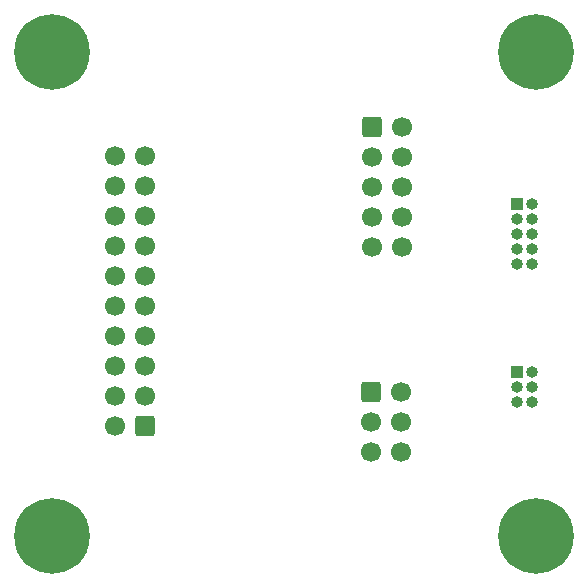
<source format=gbr>
%TF.GenerationSoftware,KiCad,Pcbnew,(7.0.0)*%
%TF.CreationDate,2023-03-27T10:38:50+02:00*%
%TF.ProjectId,JTAG-SWD Adapter,4a544147-2d53-4574-9420-416461707465,rev?*%
%TF.SameCoordinates,Original*%
%TF.FileFunction,Soldermask,Bot*%
%TF.FilePolarity,Negative*%
%FSLAX46Y46*%
G04 Gerber Fmt 4.6, Leading zero omitted, Abs format (unit mm)*
G04 Created by KiCad (PCBNEW (7.0.0)) date 2023-03-27 10:38:50*
%MOMM*%
%LPD*%
G01*
G04 APERTURE LIST*
G04 Aperture macros list*
%AMRoundRect*
0 Rectangle with rounded corners*
0 $1 Rounding radius*
0 $2 $3 $4 $5 $6 $7 $8 $9 X,Y pos of 4 corners*
0 Add a 4 corners polygon primitive as box body*
4,1,4,$2,$3,$4,$5,$6,$7,$8,$9,$2,$3,0*
0 Add four circle primitives for the rounded corners*
1,1,$1+$1,$2,$3*
1,1,$1+$1,$4,$5*
1,1,$1+$1,$6,$7*
1,1,$1+$1,$8,$9*
0 Add four rect primitives between the rounded corners*
20,1,$1+$1,$2,$3,$4,$5,0*
20,1,$1+$1,$4,$5,$6,$7,0*
20,1,$1+$1,$6,$7,$8,$9,0*
20,1,$1+$1,$8,$9,$2,$3,0*%
G04 Aperture macros list end*
%ADD10C,0.800000*%
%ADD11C,6.400000*%
%ADD12R,1.000000X1.000000*%
%ADD13O,1.000000X1.000000*%
%ADD14RoundRect,0.250000X0.600000X0.600000X-0.600000X0.600000X-0.600000X-0.600000X0.600000X-0.600000X0*%
%ADD15C,1.700000*%
%ADD16RoundRect,0.250000X-0.600000X-0.600000X0.600000X-0.600000X0.600000X0.600000X-0.600000X0.600000X0*%
G04 APERTURE END LIST*
D10*
%TO.C,H4*%
X102000000Y-147600000D03*
X103697056Y-151697056D03*
X103697056Y-148302944D03*
X104400000Y-150000000D03*
D11*
X102000000Y-150000000D03*
D10*
X102000000Y-152400000D03*
X100302944Y-148302944D03*
X100302944Y-151697056D03*
X99600000Y-150000000D03*
%TD*%
%TO.C,H3*%
X143000000Y-147600000D03*
X144697056Y-151697056D03*
X144697056Y-148302944D03*
X145400000Y-150000000D03*
D11*
X143000000Y-150000000D03*
D10*
X143000000Y-152400000D03*
X141302944Y-148302944D03*
X141302944Y-151697056D03*
X140600000Y-150000000D03*
%TD*%
%TO.C,H2*%
X143000000Y-106600000D03*
X144697056Y-110697056D03*
X144697056Y-107302944D03*
X145400000Y-109000000D03*
D11*
X143000000Y-109000000D03*
D10*
X143000000Y-111400000D03*
X141302944Y-107302944D03*
X141302944Y-110697056D03*
X140600000Y-109000000D03*
%TD*%
%TO.C,H1*%
X102000000Y-106600000D03*
X103697056Y-110697056D03*
X103697056Y-107302944D03*
X104400000Y-109000000D03*
D11*
X102000000Y-109000000D03*
D10*
X102000000Y-111400000D03*
X100302944Y-107302944D03*
X100302944Y-110697056D03*
X99600000Y-109000000D03*
%TD*%
D12*
%TO.C,J5*%
X141364999Y-121859999D03*
D13*
X142634999Y-121859999D03*
X141364999Y-123129999D03*
X142634999Y-123129999D03*
X141364999Y-124399999D03*
X142634999Y-124399999D03*
X141364999Y-125669999D03*
X142634999Y-125669999D03*
X141364999Y-126939999D03*
X142634999Y-126939999D03*
%TD*%
D14*
%TO.C,J3*%
X109902500Y-140640000D03*
D15*
X107362500Y-140640000D03*
X109902500Y-138100000D03*
X107362500Y-138100000D03*
X109902500Y-135560000D03*
X107362500Y-135560000D03*
X109902500Y-133020000D03*
X107362500Y-133020000D03*
X109902500Y-130480000D03*
X107362500Y-130480000D03*
X109902500Y-127940000D03*
X107362500Y-127940000D03*
X109902500Y-125400000D03*
X107362500Y-125400000D03*
X109902500Y-122860000D03*
X107362500Y-122860000D03*
X109902500Y-120320000D03*
X107362500Y-120320000D03*
X109902500Y-117780000D03*
X107362500Y-117780000D03*
%TD*%
D16*
%TO.C,J2*%
X129097500Y-115320000D03*
D15*
X131637500Y-115320000D03*
X129097500Y-117860000D03*
X131637500Y-117860000D03*
X129097500Y-120400000D03*
X131637500Y-120400000D03*
X129097500Y-122940000D03*
X131637500Y-122940000D03*
X129097500Y-125480000D03*
X131637500Y-125480000D03*
%TD*%
D16*
%TO.C,J1*%
X129050000Y-137800000D03*
D15*
X131590000Y-137800000D03*
X129050000Y-140340000D03*
X131590000Y-140340000D03*
X129050000Y-142880000D03*
X131590000Y-142880000D03*
%TD*%
D12*
%TO.C,J4*%
X141364999Y-136129999D03*
D13*
X142634999Y-136129999D03*
X141364999Y-137399999D03*
X142634999Y-137399999D03*
X141364999Y-138669999D03*
X142634999Y-138669999D03*
%TD*%
M02*

</source>
